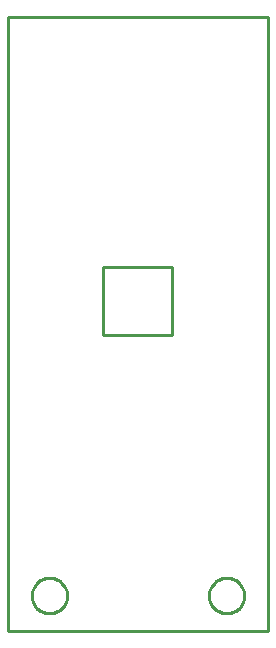
<source format=gbr>
G04 EAGLE Gerber RS-274X export*
G75*
%MOMM*%
%FSLAX34Y34*%
%LPD*%
%IN*%
%IPPOS*%
%AMOC8*
5,1,8,0,0,1.08239X$1,22.5*%
G01*
%ADD10C,0.254000*%


D10*
X-110000Y-280000D02*
X110000Y-280000D01*
X110000Y240000D01*
X-110000Y240000D01*
X-110000Y-280000D01*
X-29210Y-29210D02*
X29210Y-29210D01*
X29210Y27940D01*
X-29210Y27940D01*
X-29210Y-29210D01*
X-60000Y-250536D02*
X-60076Y-251604D01*
X-60229Y-252665D01*
X-60457Y-253712D01*
X-60759Y-254740D01*
X-61133Y-255744D01*
X-61578Y-256719D01*
X-62092Y-257659D01*
X-62671Y-258560D01*
X-63313Y-259418D01*
X-64015Y-260228D01*
X-64772Y-260985D01*
X-65582Y-261687D01*
X-66440Y-262329D01*
X-67341Y-262908D01*
X-68281Y-263422D01*
X-69256Y-263867D01*
X-70260Y-264241D01*
X-71288Y-264543D01*
X-72335Y-264771D01*
X-73396Y-264924D01*
X-74464Y-265000D01*
X-75536Y-265000D01*
X-76604Y-264924D01*
X-77665Y-264771D01*
X-78712Y-264543D01*
X-79740Y-264241D01*
X-80744Y-263867D01*
X-81719Y-263422D01*
X-82659Y-262908D01*
X-83560Y-262329D01*
X-84418Y-261687D01*
X-85228Y-260985D01*
X-85985Y-260228D01*
X-86687Y-259418D01*
X-87329Y-258560D01*
X-87908Y-257659D01*
X-88422Y-256719D01*
X-88867Y-255744D01*
X-89241Y-254740D01*
X-89543Y-253712D01*
X-89771Y-252665D01*
X-89924Y-251604D01*
X-90000Y-250536D01*
X-90000Y-249464D01*
X-89924Y-248396D01*
X-89771Y-247335D01*
X-89543Y-246288D01*
X-89241Y-245260D01*
X-88867Y-244256D01*
X-88422Y-243281D01*
X-87908Y-242341D01*
X-87329Y-241440D01*
X-86687Y-240582D01*
X-85985Y-239772D01*
X-85228Y-239015D01*
X-84418Y-238313D01*
X-83560Y-237671D01*
X-82659Y-237092D01*
X-81719Y-236578D01*
X-80744Y-236133D01*
X-79740Y-235759D01*
X-78712Y-235457D01*
X-77665Y-235229D01*
X-76604Y-235076D01*
X-75536Y-235000D01*
X-74464Y-235000D01*
X-73396Y-235076D01*
X-72335Y-235229D01*
X-71288Y-235457D01*
X-70260Y-235759D01*
X-69256Y-236133D01*
X-68281Y-236578D01*
X-67341Y-237092D01*
X-66440Y-237671D01*
X-65582Y-238313D01*
X-64772Y-239015D01*
X-64015Y-239772D01*
X-63313Y-240582D01*
X-62671Y-241440D01*
X-62092Y-242341D01*
X-61578Y-243281D01*
X-61133Y-244256D01*
X-60759Y-245260D01*
X-60457Y-246288D01*
X-60229Y-247335D01*
X-60076Y-248396D01*
X-60000Y-249464D01*
X-60000Y-250536D01*
X90000Y-250536D02*
X89924Y-251604D01*
X89771Y-252665D01*
X89543Y-253712D01*
X89241Y-254740D01*
X88867Y-255744D01*
X88422Y-256719D01*
X87908Y-257659D01*
X87329Y-258560D01*
X86687Y-259418D01*
X85985Y-260228D01*
X85228Y-260985D01*
X84418Y-261687D01*
X83560Y-262329D01*
X82659Y-262908D01*
X81719Y-263422D01*
X80744Y-263867D01*
X79740Y-264241D01*
X78712Y-264543D01*
X77665Y-264771D01*
X76604Y-264924D01*
X75536Y-265000D01*
X74464Y-265000D01*
X73396Y-264924D01*
X72335Y-264771D01*
X71288Y-264543D01*
X70260Y-264241D01*
X69256Y-263867D01*
X68281Y-263422D01*
X67341Y-262908D01*
X66440Y-262329D01*
X65582Y-261687D01*
X64772Y-260985D01*
X64015Y-260228D01*
X63313Y-259418D01*
X62671Y-258560D01*
X62092Y-257659D01*
X61578Y-256719D01*
X61133Y-255744D01*
X60759Y-254740D01*
X60457Y-253712D01*
X60229Y-252665D01*
X60076Y-251604D01*
X60000Y-250536D01*
X60000Y-249464D01*
X60076Y-248396D01*
X60229Y-247335D01*
X60457Y-246288D01*
X60759Y-245260D01*
X61133Y-244256D01*
X61578Y-243281D01*
X62092Y-242341D01*
X62671Y-241440D01*
X63313Y-240582D01*
X64015Y-239772D01*
X64772Y-239015D01*
X65582Y-238313D01*
X66440Y-237671D01*
X67341Y-237092D01*
X68281Y-236578D01*
X69256Y-236133D01*
X70260Y-235759D01*
X71288Y-235457D01*
X72335Y-235229D01*
X73396Y-235076D01*
X74464Y-235000D01*
X75536Y-235000D01*
X76604Y-235076D01*
X77665Y-235229D01*
X78712Y-235457D01*
X79740Y-235759D01*
X80744Y-236133D01*
X81719Y-236578D01*
X82659Y-237092D01*
X83560Y-237671D01*
X84418Y-238313D01*
X85228Y-239015D01*
X85985Y-239772D01*
X86687Y-240582D01*
X87329Y-241440D01*
X87908Y-242341D01*
X88422Y-243281D01*
X88867Y-244256D01*
X89241Y-245260D01*
X89543Y-246288D01*
X89771Y-247335D01*
X89924Y-248396D01*
X90000Y-249464D01*
X90000Y-250536D01*
M02*

</source>
